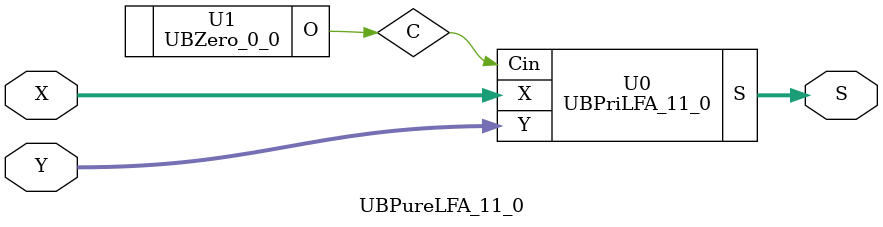
<source format=v>
/*----------------------------------------------------------------------------
  Copyright (c) 2021 Homma laboratory. All rights reserved.

  Top module: UBLFA_11_0_11_0

  Operand-1 length: 12
  Operand-2 length: 12
  Two-operand addition algorithm: Ladner-Fischer adder
----------------------------------------------------------------------------*/

module GPGenerator(Go, Po, A, B);
  output Go;
  output Po;
  input A;
  input B;
  assign Go = A & B;
  assign Po = A ^ B;
endmodule

module CarryOperator(Go, Po, Gi1, Pi1, Gi2, Pi2);
  output Go;
  output Po;
  input Gi1;
  input Gi2;
  input Pi1;
  input Pi2;
  assign Go = Gi1 | ( Gi2 & Pi1 );
  assign Po = Pi1 & Pi2;
endmodule

module UBPriLFA_11_0(S, X, Y, Cin);
  output [12:0] S;
  input Cin;
  input [11:0] X;
  input [11:0] Y;
  wire [11:0] G0;
  wire [11:0] G1;
  wire [11:0] G2;
  wire [11:0] G3;
  wire [11:0] G4;
  wire [11:0] P0;
  wire [11:0] P1;
  wire [11:0] P2;
  wire [11:0] P3;
  wire [11:0] P4;
  assign P1[0] = P0[0];
  assign G1[0] = G0[0];
  assign P1[2] = P0[2];
  assign G1[2] = G0[2];
  assign P1[4] = P0[4];
  assign G1[4] = G0[4];
  assign P1[6] = P0[6];
  assign G1[6] = G0[6];
  assign P1[8] = P0[8];
  assign G1[8] = G0[8];
  assign P1[10] = P0[10];
  assign G1[10] = G0[10];
  assign P2[0] = P1[0];
  assign G2[0] = G1[0];
  assign P2[1] = P1[1];
  assign G2[1] = G1[1];
  assign P2[4] = P1[4];
  assign G2[4] = G1[4];
  assign P2[5] = P1[5];
  assign G2[5] = G1[5];
  assign P2[8] = P1[8];
  assign G2[8] = G1[8];
  assign P2[9] = P1[9];
  assign G2[9] = G1[9];
  assign P3[0] = P2[0];
  assign G3[0] = G2[0];
  assign P3[1] = P2[1];
  assign G3[1] = G2[1];
  assign P3[2] = P2[2];
  assign G3[2] = G2[2];
  assign P3[3] = P2[3];
  assign G3[3] = G2[3];
  assign P3[8] = P2[8];
  assign G3[8] = G2[8];
  assign P3[9] = P2[9];
  assign G3[9] = G2[9];
  assign P3[10] = P2[10];
  assign G3[10] = G2[10];
  assign P3[11] = P2[11];
  assign G3[11] = G2[11];
  assign P4[0] = P3[0];
  assign G4[0] = G3[0];
  assign P4[1] = P3[1];
  assign G4[1] = G3[1];
  assign P4[2] = P3[2];
  assign G4[2] = G3[2];
  assign P4[3] = P3[3];
  assign G4[3] = G3[3];
  assign P4[4] = P3[4];
  assign G4[4] = G3[4];
  assign P4[5] = P3[5];
  assign G4[5] = G3[5];
  assign P4[6] = P3[6];
  assign G4[6] = G3[6];
  assign P4[7] = P3[7];
  assign G4[7] = G3[7];
  assign S[0] = Cin ^ P0[0];
  assign S[1] = ( G4[0] | ( P4[0] & Cin ) ) ^ P0[1];
  assign S[2] = ( G4[1] | ( P4[1] & Cin ) ) ^ P0[2];
  assign S[3] = ( G4[2] | ( P4[2] & Cin ) ) ^ P0[3];
  assign S[4] = ( G4[3] | ( P4[3] & Cin ) ) ^ P0[4];
  assign S[5] = ( G4[4] | ( P4[4] & Cin ) ) ^ P0[5];
  assign S[6] = ( G4[5] | ( P4[5] & Cin ) ) ^ P0[6];
  assign S[7] = ( G4[6] | ( P4[6] & Cin ) ) ^ P0[7];
  assign S[8] = ( G4[7] | ( P4[7] & Cin ) ) ^ P0[8];
  assign S[9] = ( G4[8] | ( P4[8] & Cin ) ) ^ P0[9];
  assign S[10] = ( G4[9] | ( P4[9] & Cin ) ) ^ P0[10];
  assign S[11] = ( G4[10] | ( P4[10] & Cin ) ) ^ P0[11];
  assign S[12] = G4[11] | ( P4[11] & Cin );
  GPGenerator U0 (G0[0], P0[0], X[0], Y[0]);
  GPGenerator U1 (G0[1], P0[1], X[1], Y[1]);
  GPGenerator U2 (G0[2], P0[2], X[2], Y[2]);
  GPGenerator U3 (G0[3], P0[3], X[3], Y[3]);
  GPGenerator U4 (G0[4], P0[4], X[4], Y[4]);
  GPGenerator U5 (G0[5], P0[5], X[5], Y[5]);
  GPGenerator U6 (G0[6], P0[6], X[6], Y[6]);
  GPGenerator U7 (G0[7], P0[7], X[7], Y[7]);
  GPGenerator U8 (G0[8], P0[8], X[8], Y[8]);
  GPGenerator U9 (G0[9], P0[9], X[9], Y[9]);
  GPGenerator U10 (G0[10], P0[10], X[10], Y[10]);
  GPGenerator U11 (G0[11], P0[11], X[11], Y[11]);
  CarryOperator U12 (G1[1], P1[1], G0[1], P0[1], G0[0], P0[0]);
  CarryOperator U13 (G1[3], P1[3], G0[3], P0[3], G0[2], P0[2]);
  CarryOperator U14 (G1[5], P1[5], G0[5], P0[5], G0[4], P0[4]);
  CarryOperator U15 (G1[7], P1[7], G0[7], P0[7], G0[6], P0[6]);
  CarryOperator U16 (G1[9], P1[9], G0[9], P0[9], G0[8], P0[8]);
  CarryOperator U17 (G1[11], P1[11], G0[11], P0[11], G0[10], P0[10]);
  CarryOperator U18 (G2[2], P2[2], G1[2], P1[2], G1[1], P1[1]);
  CarryOperator U19 (G2[3], P2[3], G1[3], P1[3], G1[1], P1[1]);
  CarryOperator U20 (G2[6], P2[6], G1[6], P1[6], G1[5], P1[5]);
  CarryOperator U21 (G2[7], P2[7], G1[7], P1[7], G1[5], P1[5]);
  CarryOperator U22 (G2[10], P2[10], G1[10], P1[10], G1[9], P1[9]);
  CarryOperator U23 (G2[11], P2[11], G1[11], P1[11], G1[9], P1[9]);
  CarryOperator U24 (G3[4], P3[4], G2[4], P2[4], G2[3], P2[3]);
  CarryOperator U25 (G3[5], P3[5], G2[5], P2[5], G2[3], P2[3]);
  CarryOperator U26 (G3[6], P3[6], G2[6], P2[6], G2[3], P2[3]);
  CarryOperator U27 (G3[7], P3[7], G2[7], P2[7], G2[3], P2[3]);
  CarryOperator U28 (G4[8], P4[8], G3[8], P3[8], G3[7], P3[7]);
  CarryOperator U29 (G4[9], P4[9], G3[9], P3[9], G3[7], P3[7]);
  CarryOperator U30 (G4[10], P4[10], G3[10], P3[10], G3[7], P3[7]);
  CarryOperator U31 (G4[11], P4[11], G3[11], P3[11], G3[7], P3[7]);
endmodule

module UBZero_0_0(O);
  output [0:0] O;
  assign O[0] = 0;
endmodule

module UBLFA_11_0_11_0 (S, X, Y);
  output [12:0] S;
  input [11:0] X;
  input [11:0] Y;
  UBPureLFA_11_0 U0 (S[12:0], X[11:0], Y[11:0]);
endmodule

module UBPureLFA_11_0 (S, X, Y);
  output [12:0] S;
  input [11:0] X;
  input [11:0] Y;
  wire C;
  UBPriLFA_11_0 U0 (S, X, Y, C);
  UBZero_0_0 U1 (C);
endmodule


</source>
